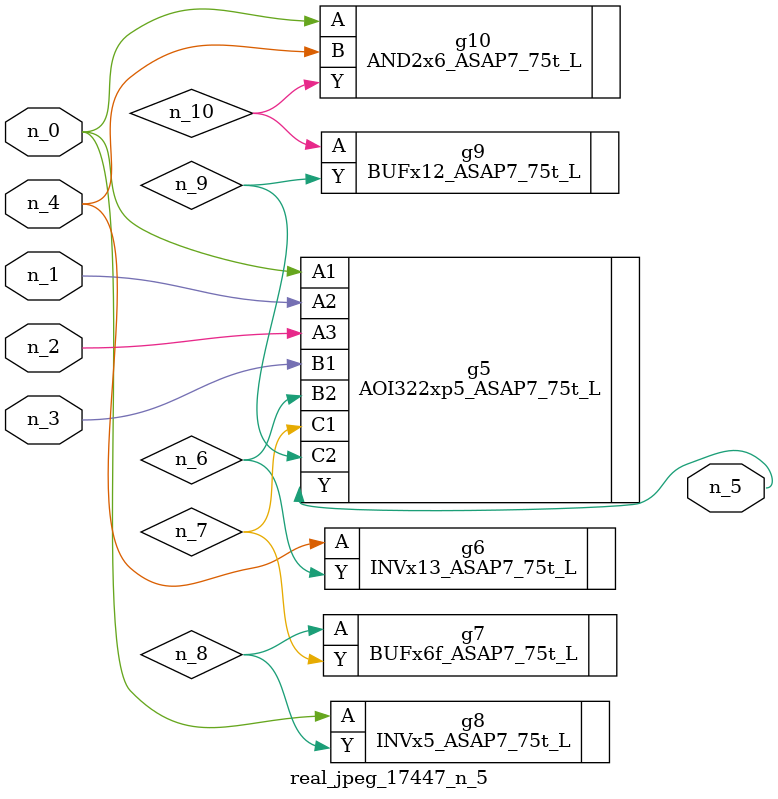
<source format=v>
module real_jpeg_17447_n_5 (n_4, n_0, n_1, n_2, n_3, n_5);

input n_4;
input n_0;
input n_1;
input n_2;
input n_3;

output n_5;

wire n_8;
wire n_6;
wire n_7;
wire n_10;
wire n_9;

AOI322xp5_ASAP7_75t_L g5 ( 
.A1(n_0),
.A2(n_1),
.A3(n_2),
.B1(n_3),
.B2(n_6),
.C1(n_7),
.C2(n_9),
.Y(n_5)
);

INVx5_ASAP7_75t_L g8 ( 
.A(n_0),
.Y(n_8)
);

AND2x6_ASAP7_75t_L g10 ( 
.A(n_0),
.B(n_4),
.Y(n_10)
);

INVx13_ASAP7_75t_L g6 ( 
.A(n_4),
.Y(n_6)
);

BUFx6f_ASAP7_75t_L g7 ( 
.A(n_8),
.Y(n_7)
);

BUFx12_ASAP7_75t_L g9 ( 
.A(n_10),
.Y(n_9)
);


endmodule
</source>
